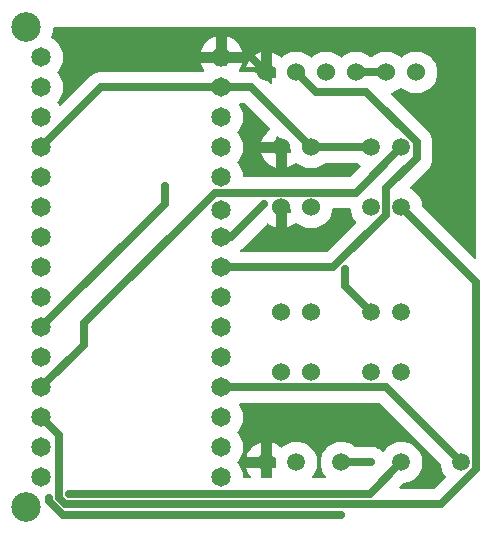
<source format=gbl>
G04 Layer: BottomLayer*
G04 EasyEDA v6.5.23, 2023-09-08 23:17:12*
G04 de93c458165947d6a0ce1764d10cece9,10*
G04 Gerber Generator version 0.2*
G04 Scale: 100 percent, Rotated: No, Reflected: No *
G04 Dimensions in millimeters *
G04 leading zeros omitted , absolute positions ,4 integer and 5 decimal *
%FSLAX45Y45*%
%MOMM*%

%ADD10C,0.6350*%
%ADD11C,1.6510*%
%ADD12C,1.5000*%
%ADD13C,1.5240*%
%ADD14C,2.5000*%
%ADD15C,0.6100*%
%ADD16C,0.0114*%

%LPD*%
G36*
X1970582Y-1394460D02*
G01*
X1966823Y-1393698D01*
X1963572Y-1391615D01*
X1961337Y-1388516D01*
X1960422Y-1384808D01*
X1960118Y-1378458D01*
X1957324Y-1360170D01*
X1952650Y-1342186D01*
X1946198Y-1324813D01*
X1938070Y-1308150D01*
X1928215Y-1292453D01*
X1916887Y-1277772D01*
X1914093Y-1273759D01*
X1913382Y-1270000D01*
X1914093Y-1266240D01*
X1916887Y-1262227D01*
X1928215Y-1247546D01*
X1938070Y-1231849D01*
X1946198Y-1215186D01*
X1952650Y-1197813D01*
X1957324Y-1179830D01*
X1960118Y-1161491D01*
X1961032Y-1143000D01*
X1960118Y-1124458D01*
X1957324Y-1106170D01*
X1952650Y-1088186D01*
X1946198Y-1070813D01*
X1938070Y-1054150D01*
X1928215Y-1038453D01*
X1916887Y-1023772D01*
X1914093Y-1019759D01*
X1913382Y-1016000D01*
X1914093Y-1012240D01*
X1916887Y-1008227D01*
X1928215Y-993546D01*
X1938070Y-977849D01*
X1946198Y-961186D01*
X1952650Y-943813D01*
X1957324Y-925830D01*
X1960118Y-907491D01*
X1961032Y-889000D01*
X1960118Y-870458D01*
X1957324Y-852169D01*
X1952650Y-834186D01*
X1946198Y-816813D01*
X1938070Y-800150D01*
X1928215Y-784453D01*
X1925726Y-779576D01*
X1925777Y-775055D01*
X1927758Y-771042D01*
X1931263Y-768248D01*
X1935683Y-767283D01*
X1973021Y-767283D01*
X1976882Y-768045D01*
X1980184Y-770229D01*
X2190038Y-980084D01*
X2192121Y-983081D01*
X2192985Y-986637D01*
X2192528Y-990295D01*
X2190851Y-993546D01*
X2187346Y-996391D01*
X2172817Y-1007313D01*
X2159457Y-1019657D01*
X2147468Y-1033322D01*
X2136902Y-1048156D01*
X2127961Y-1064006D01*
X2120646Y-1080668D01*
X2115007Y-1098550D01*
X2241550Y-1098550D01*
X2241550Y-1056132D01*
X2242312Y-1052220D01*
X2244547Y-1048918D01*
X2247798Y-1046734D01*
X2251710Y-1045971D01*
X2255621Y-1046734D01*
X2258872Y-1048918D01*
X2361184Y-1151178D01*
X2363165Y-1154023D01*
X2364079Y-1157325D01*
X2365400Y-1170178D01*
X2366467Y-1175207D01*
X2366365Y-1179677D01*
X2364384Y-1183690D01*
X2360879Y-1186484D01*
X2356510Y-1187450D01*
X2330450Y-1187450D01*
X2330450Y-1313840D01*
X2344064Y-1309878D01*
X2360879Y-1303020D01*
X2376982Y-1294485D01*
X2392070Y-1284325D01*
X2406650Y-1272082D01*
X2409799Y-1270304D01*
X2413406Y-1269746D01*
X2417013Y-1270457D01*
X2420061Y-1272438D01*
X2426817Y-1278686D01*
X2441346Y-1289608D01*
X2456942Y-1298956D01*
X2473452Y-1306677D01*
X2490622Y-1312672D01*
X2508300Y-1316837D01*
X2526385Y-1319174D01*
X2544572Y-1319631D01*
X2562707Y-1318209D01*
X2580589Y-1314958D01*
X2598064Y-1309878D01*
X2614879Y-1303020D01*
X2630982Y-1294485D01*
X2646070Y-1284325D01*
X2654096Y-1277620D01*
X2657144Y-1275842D01*
X2660599Y-1275283D01*
X2929280Y-1275283D01*
X2932734Y-1275842D01*
X2935782Y-1277620D01*
X2942640Y-1283360D01*
X2951530Y-1289304D01*
X2954578Y-1292555D01*
X2955950Y-1296771D01*
X2955391Y-1301191D01*
X2953054Y-1304950D01*
X2866491Y-1391462D01*
X2863189Y-1393647D01*
X2859328Y-1394460D01*
G37*

%LPC*%
G36*
X2241550Y-1313789D02*
G01*
X2241550Y-1187450D01*
X2115007Y-1187450D01*
X2120646Y-1205331D01*
X2127961Y-1221994D01*
X2136902Y-1237843D01*
X2147468Y-1252677D01*
X2159457Y-1266342D01*
X2172817Y-1278686D01*
X2187346Y-1289608D01*
X2202942Y-1298956D01*
X2219452Y-1306677D01*
X2236622Y-1312672D01*
G37*

%LPD*%
G36*
X1944674Y-2026767D02*
G01*
X1940610Y-2025904D01*
X1937257Y-2023516D01*
X1935124Y-2020011D01*
X1934565Y-2015896D01*
X1935683Y-2011934D01*
X1938274Y-2008682D01*
X1941068Y-2006396D01*
X1949856Y-1998370D01*
X2160168Y-1788058D01*
X2163114Y-1786026D01*
X2166620Y-1785112D01*
X2170176Y-1785518D01*
X2173427Y-1787143D01*
X2187346Y-1797608D01*
X2202942Y-1806956D01*
X2219452Y-1814677D01*
X2236622Y-1820672D01*
X2241550Y-1821789D01*
X2241550Y-1707845D01*
X2242007Y-1704797D01*
X2243378Y-1702054D01*
X2248662Y-1694484D01*
X2255977Y-1680972D01*
X2261717Y-1666493D01*
X2263749Y-1662582D01*
X2267204Y-1659889D01*
X2271522Y-1658975D01*
X2354275Y-1658975D01*
X2357882Y-1659636D01*
X2361082Y-1661566D01*
X2363317Y-1664512D01*
X2364384Y-1668068D01*
X2365400Y-1678178D01*
X2366467Y-1683207D01*
X2366365Y-1687677D01*
X2364384Y-1691690D01*
X2360879Y-1694484D01*
X2356510Y-1695450D01*
X2330450Y-1695450D01*
X2330450Y-1821840D01*
X2344064Y-1817878D01*
X2360879Y-1811020D01*
X2376982Y-1802485D01*
X2392070Y-1792325D01*
X2406650Y-1780082D01*
X2409799Y-1778304D01*
X2413406Y-1777746D01*
X2417013Y-1778457D01*
X2420061Y-1780438D01*
X2426817Y-1786686D01*
X2441346Y-1797608D01*
X2456942Y-1806956D01*
X2473452Y-1814677D01*
X2490622Y-1820672D01*
X2508300Y-1824837D01*
X2526385Y-1827174D01*
X2544572Y-1827631D01*
X2562707Y-1826209D01*
X2580589Y-1822957D01*
X2598064Y-1817878D01*
X2614879Y-1811020D01*
X2630982Y-1802485D01*
X2646070Y-1792325D01*
X2660040Y-1780692D01*
X2672740Y-1767636D01*
X2684018Y-1753362D01*
X2693771Y-1738020D01*
X2701899Y-1721764D01*
X2708300Y-1704746D01*
X2712974Y-1687118D01*
X2715768Y-1668576D01*
X2716682Y-1664868D01*
X2718917Y-1661718D01*
X2722168Y-1659686D01*
X2725928Y-1658975D01*
X2863291Y-1658975D01*
X2867050Y-1659686D01*
X2870250Y-1661718D01*
X2872486Y-1664868D01*
X2873451Y-1669034D01*
X2876194Y-1686915D01*
X2880817Y-1704390D01*
X2887167Y-1721256D01*
X2895295Y-1737461D01*
X2904947Y-1752701D01*
X2916174Y-1766874D01*
X2918866Y-1770735D01*
X2919628Y-1774596D01*
X2918815Y-1778457D01*
X2916631Y-1781708D01*
X2674569Y-2023770D01*
X2671267Y-2025954D01*
X2667406Y-2026767D01*
G37*

%LPD*%
G36*
X3926840Y-2084578D02*
G01*
X3922928Y-2083816D01*
X3919626Y-2081580D01*
X3479495Y-1641449D01*
X3477514Y-1638655D01*
X3476548Y-1635302D01*
X3475380Y-1623974D01*
X3471722Y-1606296D01*
X3466236Y-1589074D01*
X3458972Y-1572514D01*
X3450082Y-1556816D01*
X3439617Y-1542084D01*
X3427679Y-1528521D01*
X3414420Y-1516227D01*
X3399993Y-1505407D01*
X3384499Y-1496110D01*
X3376269Y-1492250D01*
X3373120Y-1489964D01*
X3371087Y-1486662D01*
X3370427Y-1482852D01*
X3371189Y-1479092D01*
X3373374Y-1475841D01*
X3523234Y-1326032D01*
X3531260Y-1317244D01*
X3533495Y-1314500D01*
X3540455Y-1304899D01*
X3542334Y-1301902D01*
X3548126Y-1291539D01*
X3549650Y-1288338D01*
X3554222Y-1277416D01*
X3558590Y-1262684D01*
X3559352Y-1259230D01*
X3561232Y-1247546D01*
X3561587Y-1243990D01*
X3562146Y-1232103D01*
X3562146Y-1096721D01*
X3561587Y-1084834D01*
X3561232Y-1081328D01*
X3559352Y-1069644D01*
X3558590Y-1066139D01*
X3554222Y-1051407D01*
X3549650Y-1040485D01*
X3548126Y-1037285D01*
X3542334Y-1026972D01*
X3540455Y-1023975D01*
X3533495Y-1014374D01*
X3531260Y-1011631D01*
X3523234Y-1002842D01*
X3215944Y-695553D01*
X3213658Y-692048D01*
X3212947Y-687933D01*
X3214014Y-683869D01*
X3216605Y-680567D01*
X3220262Y-678586D01*
X3233064Y-674878D01*
X3249879Y-668020D01*
X3265982Y-659485D01*
X3281070Y-649325D01*
X3295650Y-637082D01*
X3298799Y-635304D01*
X3302406Y-634746D01*
X3306013Y-635457D01*
X3309061Y-637438D01*
X3315817Y-643686D01*
X3330346Y-654608D01*
X3345942Y-663956D01*
X3362451Y-671677D01*
X3379622Y-677672D01*
X3397300Y-681837D01*
X3415385Y-684174D01*
X3433572Y-684631D01*
X3451707Y-683209D01*
X3469589Y-679958D01*
X3487064Y-674878D01*
X3503879Y-668020D01*
X3519982Y-659485D01*
X3535070Y-649325D01*
X3549040Y-637692D01*
X3561740Y-624636D01*
X3573018Y-610362D01*
X3582771Y-595020D01*
X3590899Y-578764D01*
X3597300Y-561746D01*
X3601974Y-544118D01*
X3604768Y-526186D01*
X3605682Y-508000D01*
X3604768Y-489813D01*
X3601974Y-471830D01*
X3597300Y-454253D01*
X3590899Y-437235D01*
X3582771Y-420979D01*
X3573018Y-405638D01*
X3561740Y-391363D01*
X3549040Y-378307D01*
X3535070Y-366674D01*
X3519982Y-356514D01*
X3503879Y-347980D01*
X3487064Y-341122D01*
X3469589Y-336042D01*
X3451707Y-332740D01*
X3433572Y-331368D01*
X3415385Y-331825D01*
X3397300Y-334162D01*
X3379622Y-338328D01*
X3362451Y-344322D01*
X3345942Y-352044D01*
X3330346Y-361391D01*
X3315817Y-372313D01*
X3309061Y-378561D01*
X3306013Y-380492D01*
X3302406Y-381254D01*
X3298799Y-380695D01*
X3295650Y-378866D01*
X3281070Y-366674D01*
X3265982Y-356514D01*
X3249879Y-347980D01*
X3233064Y-341122D01*
X3215589Y-336042D01*
X3197707Y-332740D01*
X3179572Y-331368D01*
X3161385Y-331825D01*
X3143300Y-334162D01*
X3125622Y-338328D01*
X3108452Y-344322D01*
X3091942Y-352044D01*
X3076346Y-361391D01*
X3061817Y-372313D01*
X3057855Y-375056D01*
X3054146Y-375767D01*
X3041599Y-375767D01*
X3038144Y-375158D01*
X3035096Y-373380D01*
X3027070Y-366674D01*
X3011982Y-356514D01*
X2995930Y-347980D01*
X2979064Y-341122D01*
X2961589Y-336042D01*
X2943707Y-332740D01*
X2925572Y-331368D01*
X2907385Y-331825D01*
X2889300Y-334162D01*
X2871622Y-338328D01*
X2854452Y-344322D01*
X2837942Y-352044D01*
X2822346Y-361391D01*
X2807817Y-372313D01*
X2801061Y-378561D01*
X2798013Y-380492D01*
X2794406Y-381254D01*
X2790799Y-380695D01*
X2787650Y-378866D01*
X2773070Y-366674D01*
X2757982Y-356514D01*
X2741930Y-347980D01*
X2725064Y-341122D01*
X2707589Y-336042D01*
X2689707Y-332740D01*
X2671572Y-331368D01*
X2653385Y-331825D01*
X2635300Y-334162D01*
X2617622Y-338328D01*
X2600452Y-344322D01*
X2583942Y-352044D01*
X2568346Y-361391D01*
X2553817Y-372313D01*
X2547061Y-378561D01*
X2544013Y-380492D01*
X2540406Y-381254D01*
X2536799Y-380695D01*
X2533650Y-378866D01*
X2519070Y-366674D01*
X2503982Y-356514D01*
X2487930Y-347980D01*
X2471064Y-341122D01*
X2453589Y-336042D01*
X2435707Y-332740D01*
X2417572Y-331368D01*
X2399385Y-331825D01*
X2381300Y-334162D01*
X2363622Y-338328D01*
X2346452Y-344322D01*
X2329942Y-352044D01*
X2314346Y-361391D01*
X2299817Y-372313D01*
X2293061Y-378561D01*
X2290013Y-380492D01*
X2286406Y-381254D01*
X2282799Y-380695D01*
X2279650Y-378866D01*
X2265070Y-366674D01*
X2249982Y-356514D01*
X2233930Y-347980D01*
X2217064Y-341122D01*
X2203450Y-337159D01*
X2203450Y-463550D01*
X2229510Y-463550D01*
X2233879Y-464515D01*
X2237384Y-467309D01*
X2239365Y-471322D01*
X2239467Y-475792D01*
X2238400Y-480822D01*
X2236520Y-498906D01*
X2236520Y-517093D01*
X2238400Y-535178D01*
X2239467Y-540207D01*
X2239365Y-544677D01*
X2237384Y-548690D01*
X2233879Y-551434D01*
X2229510Y-552450D01*
X2203450Y-552450D01*
X2203450Y-594868D01*
X2202688Y-598779D01*
X2200452Y-602081D01*
X2197201Y-604266D01*
X2193290Y-605028D01*
X2189429Y-604266D01*
X2186127Y-602081D01*
X2125675Y-541629D01*
X2116886Y-533603D01*
X2114143Y-531368D01*
X2104542Y-524408D01*
X2101545Y-522528D01*
X2091232Y-516737D01*
X2088032Y-515213D01*
X2077110Y-510692D01*
X2073757Y-509524D01*
X2062378Y-506272D01*
X2058873Y-505510D01*
X2047189Y-503631D01*
X2043684Y-503275D01*
X2031796Y-502767D01*
X1935632Y-502767D01*
X1931263Y-501751D01*
X1927758Y-498957D01*
X1925777Y-494944D01*
X1925726Y-490423D01*
X1928215Y-485546D01*
X1938070Y-469849D01*
X1946198Y-453186D01*
X1952650Y-435813D01*
X1954530Y-428599D01*
X1825650Y-428599D01*
X1825650Y-445719D01*
X1824634Y-450037D01*
X1821891Y-453593D01*
X1817878Y-455574D01*
X1813407Y-455625D01*
X1805736Y-454050D01*
X1787296Y-452170D01*
X1768754Y-452170D01*
X1750263Y-454050D01*
X1742592Y-455625D01*
X1738122Y-455574D01*
X1734108Y-453593D01*
X1731365Y-450037D01*
X1730400Y-445719D01*
X1730400Y-428599D01*
X1601520Y-428599D01*
X1603349Y-435813D01*
X1609801Y-453186D01*
X1617980Y-469849D01*
X1627784Y-485546D01*
X1630273Y-490423D01*
X1630222Y-494944D01*
X1628241Y-498957D01*
X1624736Y-501751D01*
X1620367Y-502767D01*
X762203Y-502767D01*
X750316Y-503275D01*
X746810Y-503631D01*
X735126Y-505510D01*
X731672Y-506272D01*
X720242Y-509524D01*
X716889Y-510692D01*
X705967Y-515213D01*
X702767Y-516737D01*
X692454Y-522528D01*
X689457Y-524408D01*
X679856Y-531368D01*
X677113Y-533603D01*
X668324Y-541629D01*
X421436Y-788517D01*
X418490Y-790600D01*
X414934Y-791464D01*
X411327Y-791057D01*
X408076Y-789381D01*
X405638Y-786688D01*
X404215Y-784453D01*
X392887Y-769772D01*
X390093Y-765759D01*
X389382Y-762000D01*
X390093Y-758240D01*
X392887Y-754227D01*
X404215Y-739546D01*
X414070Y-723849D01*
X422198Y-707186D01*
X428650Y-689813D01*
X433324Y-671830D01*
X436118Y-653491D01*
X437032Y-635000D01*
X436118Y-616458D01*
X433324Y-598170D01*
X428650Y-580186D01*
X422198Y-562813D01*
X414070Y-546150D01*
X404215Y-530453D01*
X392887Y-515772D01*
X390093Y-511759D01*
X389382Y-508000D01*
X390093Y-504240D01*
X392887Y-500227D01*
X404215Y-485546D01*
X414070Y-469849D01*
X422198Y-453186D01*
X428650Y-435813D01*
X433324Y-417830D01*
X436118Y-399491D01*
X437032Y-381000D01*
X436118Y-362458D01*
X433324Y-344170D01*
X428650Y-326186D01*
X422198Y-308813D01*
X414070Y-292150D01*
X404215Y-276453D01*
X392887Y-261772D01*
X380136Y-248310D01*
X366064Y-236270D01*
X350824Y-225653D01*
X341934Y-220725D01*
X339191Y-218490D01*
X337362Y-215493D01*
X336702Y-212090D01*
X337210Y-208584D01*
X343865Y-188722D01*
X348640Y-168452D01*
X351536Y-147828D01*
X352044Y-136702D01*
X352958Y-132943D01*
X355193Y-129794D01*
X358394Y-127711D01*
X362204Y-127000D01*
X3926840Y-127000D01*
X3930700Y-127762D01*
X3934002Y-129997D01*
X3936237Y-133248D01*
X3937000Y-137160D01*
X3937000Y-2074418D01*
X3936237Y-2078329D01*
X3934002Y-2081580D01*
X3930700Y-2083816D01*
G37*

%LPC*%
G36*
X1601520Y-333349D02*
G01*
X1730400Y-333349D01*
X1730400Y-204368D01*
X1714449Y-209346D01*
X1697380Y-216662D01*
X1681175Y-225653D01*
X1665935Y-236270D01*
X1651914Y-248310D01*
X1639112Y-261772D01*
X1627784Y-276453D01*
X1617980Y-292150D01*
X1609801Y-308813D01*
X1603349Y-326186D01*
G37*
G36*
X1825650Y-333349D02*
G01*
X1954530Y-333349D01*
X1952650Y-326186D01*
X1946198Y-308813D01*
X1938070Y-292150D01*
X1928215Y-276453D01*
X1916887Y-261772D01*
X1904136Y-248310D01*
X1890064Y-236270D01*
X1874824Y-225653D01*
X1858619Y-216662D01*
X1841550Y-209346D01*
X1825650Y-204368D01*
G37*
G36*
X1988007Y-463550D02*
G01*
X2114550Y-463550D01*
X2114550Y-337159D01*
X2109622Y-338328D01*
X2092452Y-344322D01*
X2075942Y-352044D01*
X2060346Y-361391D01*
X2045817Y-372313D01*
X2032457Y-384657D01*
X2020468Y-398322D01*
X2009902Y-413156D01*
X2000961Y-429006D01*
X1993646Y-445668D01*
G37*

%LPD*%
G36*
X3293160Y-4030421D02*
G01*
X3289249Y-4029659D01*
X3285947Y-4027424D01*
X3283762Y-4024172D01*
X3283000Y-4020261D01*
X3283762Y-4016349D01*
X3285947Y-4013098D01*
X3311398Y-3987647D01*
X3314141Y-3985717D01*
X3317290Y-3984751D01*
X3333445Y-3982618D01*
X3351022Y-3978503D01*
X3368090Y-3972560D01*
X3384499Y-3964889D01*
X3399942Y-3955592D01*
X3414420Y-3944772D01*
X3427679Y-3932478D01*
X3439617Y-3918915D01*
X3450082Y-3904183D01*
X3458972Y-3888435D01*
X3466185Y-3871874D01*
X3471722Y-3854704D01*
X3475380Y-3836974D01*
X3477260Y-3819042D01*
X3477260Y-3800957D01*
X3475380Y-3782974D01*
X3471722Y-3765296D01*
X3466185Y-3748074D01*
X3458972Y-3731514D01*
X3450082Y-3715816D01*
X3439617Y-3701084D01*
X3427679Y-3687521D01*
X3414420Y-3675227D01*
X3399942Y-3664407D01*
X3384499Y-3655110D01*
X3368090Y-3647440D01*
X3351022Y-3641496D01*
X3333445Y-3637330D01*
X3315563Y-3635044D01*
X3297478Y-3634536D01*
X3279444Y-3635959D01*
X3261664Y-3639210D01*
X3244342Y-3644239D01*
X3227578Y-3651046D01*
X3211677Y-3659530D01*
X3196640Y-3669639D01*
X3182772Y-3681222D01*
X3170174Y-3694125D01*
X3158947Y-3708298D01*
X3155696Y-3713479D01*
X3152546Y-3716629D01*
X3148380Y-3718102D01*
X3143961Y-3717696D01*
X3140151Y-3715410D01*
X3132988Y-3708704D01*
X3120694Y-3699510D01*
X3107334Y-3691839D01*
X3093212Y-3685743D01*
X3078480Y-3681323D01*
X3063341Y-3678631D01*
X3047695Y-3677767D01*
X2913126Y-3677767D01*
X2909874Y-3677208D01*
X2906979Y-3675684D01*
X2891942Y-3664407D01*
X2876499Y-3655110D01*
X2860090Y-3647440D01*
X2843072Y-3641496D01*
X2825445Y-3637330D01*
X2807563Y-3635044D01*
X2789478Y-3634536D01*
X2771444Y-3635959D01*
X2753715Y-3639210D01*
X2736342Y-3644239D01*
X2719628Y-3651046D01*
X2703677Y-3659530D01*
X2688640Y-3669639D01*
X2674772Y-3681222D01*
X2662174Y-3694125D01*
X2650947Y-3708298D01*
X2641295Y-3723538D01*
X2633167Y-3739692D01*
X2626817Y-3756609D01*
X2622194Y-3774084D01*
X2619451Y-3791965D01*
X2618486Y-3810000D01*
X2619451Y-3828034D01*
X2622194Y-3845915D01*
X2626817Y-3863340D01*
X2633167Y-3880256D01*
X2641295Y-3896410D01*
X2650947Y-3911701D01*
X2662326Y-3926027D01*
X2664307Y-3930142D01*
X2664256Y-3934612D01*
X2662326Y-3938676D01*
X2658770Y-3941521D01*
X2654350Y-3942537D01*
X2552344Y-3942537D01*
X2548534Y-3941775D01*
X2545283Y-3939692D01*
X2543048Y-3936542D01*
X2542184Y-3932783D01*
X2542743Y-3928973D01*
X2544673Y-3925620D01*
X2550617Y-3918915D01*
X2561082Y-3904183D01*
X2569972Y-3888435D01*
X2577236Y-3871925D01*
X2582722Y-3854704D01*
X2586431Y-3837025D01*
X2588260Y-3819042D01*
X2588260Y-3800957D01*
X2586431Y-3782974D01*
X2582722Y-3765296D01*
X2577236Y-3748074D01*
X2569972Y-3731514D01*
X2561082Y-3715816D01*
X2550617Y-3701084D01*
X2538679Y-3687521D01*
X2525420Y-3675227D01*
X2510993Y-3664407D01*
X2495499Y-3655110D01*
X2479141Y-3647440D01*
X2462072Y-3641496D01*
X2444445Y-3637330D01*
X2426563Y-3635044D01*
X2408478Y-3634536D01*
X2390495Y-3635959D01*
X2372715Y-3639210D01*
X2355342Y-3644239D01*
X2338628Y-3651046D01*
X2322677Y-3659530D01*
X2307691Y-3669639D01*
X2293823Y-3681222D01*
X2289962Y-3684066D01*
X2286152Y-3684930D01*
X2282291Y-3684270D01*
X2278989Y-3682237D01*
X2271420Y-3675227D01*
X2256993Y-3664407D01*
X2241499Y-3655110D01*
X2225141Y-3647440D01*
X2208072Y-3641496D01*
X2202840Y-3640277D01*
X2202840Y-3766159D01*
X2230577Y-3766159D01*
X2234844Y-3767074D01*
X2238298Y-3769715D01*
X2240381Y-3773525D01*
X2240635Y-3777843D01*
X2238451Y-3791965D01*
X2237536Y-3810000D01*
X2238451Y-3828034D01*
X2240635Y-3842105D01*
X2240381Y-3846474D01*
X2238298Y-3850284D01*
X2234844Y-3852926D01*
X2230577Y-3853840D01*
X2202840Y-3853840D01*
X2202840Y-3932377D01*
X2202078Y-3936237D01*
X2199894Y-3939540D01*
X2196592Y-3941724D01*
X2192680Y-3942537D01*
X2125319Y-3942537D01*
X2121408Y-3941724D01*
X2118156Y-3939540D01*
X2115921Y-3936237D01*
X2115159Y-3932377D01*
X2115159Y-3853840D01*
X1989328Y-3853840D01*
X1991817Y-3863390D01*
X1998218Y-3880256D01*
X2006295Y-3896410D01*
X2015998Y-3911701D01*
X2027326Y-3926027D01*
X2029307Y-3930142D01*
X2029256Y-3934612D01*
X2027326Y-3938676D01*
X2023770Y-3941521D01*
X2019401Y-3942537D01*
X1970989Y-3942537D01*
X1967230Y-3941775D01*
X1963978Y-3939692D01*
X1961743Y-3936593D01*
X1960829Y-3932885D01*
X1960118Y-3918458D01*
X1957324Y-3900170D01*
X1952650Y-3882186D01*
X1946198Y-3864813D01*
X1938070Y-3848150D01*
X1928215Y-3832453D01*
X1916887Y-3817772D01*
X1914093Y-3813759D01*
X1913382Y-3810000D01*
X1914093Y-3806240D01*
X1916887Y-3802227D01*
X1928215Y-3787546D01*
X1938070Y-3771849D01*
X1946198Y-3755186D01*
X1952650Y-3737813D01*
X1957324Y-3719829D01*
X1960118Y-3701491D01*
X1961032Y-3683000D01*
X1960118Y-3664458D01*
X1957324Y-3646170D01*
X1952650Y-3628186D01*
X1946198Y-3610813D01*
X1938070Y-3594150D01*
X1928215Y-3578453D01*
X1916887Y-3563772D01*
X1914093Y-3559759D01*
X1913382Y-3556000D01*
X1914093Y-3552240D01*
X1916887Y-3548227D01*
X1928215Y-3533546D01*
X1938070Y-3517849D01*
X1946198Y-3501186D01*
X1952650Y-3483813D01*
X1957324Y-3465829D01*
X1960118Y-3447491D01*
X1961032Y-3429000D01*
X1960118Y-3410458D01*
X1957324Y-3392170D01*
X1952650Y-3374186D01*
X1946198Y-3356813D01*
X1938070Y-3340150D01*
X1928215Y-3324453D01*
X1925726Y-3319576D01*
X1925777Y-3315055D01*
X1927758Y-3311042D01*
X1931263Y-3308248D01*
X1935683Y-3307283D01*
X3116021Y-3307283D01*
X3119882Y-3308045D01*
X3123184Y-3310229D01*
X3632352Y-3819398D01*
X3634486Y-3822446D01*
X3635349Y-3826052D01*
X3635451Y-3828034D01*
X3638194Y-3845915D01*
X3642817Y-3863340D01*
X3649167Y-3880256D01*
X3657244Y-3896410D01*
X3666947Y-3911701D01*
X3677564Y-3925062D01*
X3679291Y-3928313D01*
X3679748Y-3931970D01*
X3678834Y-3935526D01*
X3676751Y-3938524D01*
X3587851Y-4027424D01*
X3584549Y-4029659D01*
X3580688Y-4030421D01*
G37*

%LPC*%
G36*
X1989328Y-3766159D02*
G01*
X2115159Y-3766159D01*
X2115159Y-3640226D01*
X2101342Y-3644239D01*
X2084628Y-3651046D01*
X2068677Y-3659530D01*
X2053691Y-3669639D01*
X2039823Y-3681222D01*
X2027174Y-3694125D01*
X2015998Y-3708298D01*
X2006295Y-3723538D01*
X1998218Y-3739692D01*
X1991817Y-3756609D01*
G37*

%LPD*%
D10*
X254005Y-3175000D02*
G01*
X617072Y-2811932D01*
X617072Y-2632963D01*
X1723344Y-1526692D01*
X2918312Y-1526692D01*
X3302005Y-1143000D01*
X3302005Y-1651000D02*
G01*
X3935633Y-2284628D01*
X3935633Y-3866718D01*
X3639672Y-4162679D01*
X453369Y-4162679D01*
X399420Y-4108729D01*
X399420Y-3574414D01*
X254005Y-3429000D01*
X1778005Y-3175000D02*
G01*
X3175005Y-3175000D01*
X3810005Y-3810000D01*
X3302005Y-3810000D02*
G01*
X3037235Y-4074769D01*
X486059Y-4074769D01*
X254005Y-2667000D02*
G01*
X1297259Y-1623745D01*
X1297259Y-1467865D01*
X1297284Y-1467865D01*
X3048005Y-2540000D02*
G01*
X2822656Y-2314651D01*
X2822656Y-2174290D01*
X2794005Y-3810000D02*
G01*
X3048005Y-3810000D01*
X318114Y-4112132D02*
G01*
X318114Y-4138980D01*
X434065Y-4254931D01*
X2794005Y-4254931D01*
X3048005Y-1143000D02*
G01*
X2540005Y-1143000D01*
X1778005Y-635000D02*
G01*
X2032005Y-635000D01*
X2540005Y-1143000D01*
X254005Y-1143000D02*
G01*
X762005Y-635000D01*
X1778005Y-635000D01*
X3175005Y-508000D02*
G01*
X2921005Y-508000D01*
X1778005Y-1905000D02*
G01*
X1856186Y-1905000D01*
X2136119Y-1625066D01*
X1778005Y-2159000D02*
G01*
X2726390Y-2159000D01*
X3175030Y-1710359D01*
X3175030Y-1487170D01*
X3429868Y-1232331D01*
X3429868Y-1096518D01*
X3004647Y-671296D01*
X2576301Y-671296D01*
X2413005Y-508000D01*
X1778005Y-381000D02*
G01*
X2032005Y-381000D01*
X2159005Y-508000D01*
X2286005Y-1143000D02*
G01*
X2082144Y-1143000D01*
D11*
G01*
X254005Y-381000D03*
G01*
X254005Y-635000D03*
G01*
X254005Y-889000D03*
G01*
X254005Y-1143000D03*
G01*
X254005Y-1397000D03*
G01*
X254005Y-1651000D03*
G01*
X254005Y-1905000D03*
G01*
X254005Y-2159000D03*
G01*
X254005Y-2413000D03*
G01*
X254005Y-2667000D03*
G01*
X254005Y-2921000D03*
G01*
X254005Y-3175000D03*
G01*
X254005Y-3429000D03*
G01*
X254005Y-3683000D03*
G01*
X254005Y-3937000D03*
G01*
X1778005Y-3937000D03*
G01*
X1778005Y-3683000D03*
G01*
X1778005Y-3429000D03*
G01*
X1778005Y-3175000D03*
G01*
X1778005Y-2921000D03*
G01*
X1778005Y-2667000D03*
G01*
X1778005Y-2413000D03*
G01*
X1778005Y-2159000D03*
G01*
X1778005Y-1905000D03*
G01*
X1778005Y-1676400D03*
G01*
X1778005Y-1397000D03*
G01*
X1778005Y-1143000D03*
G01*
X1778005Y-889000D03*
G01*
X1778005Y-635000D03*
G01*
X1778005Y-381000D03*
D12*
G01*
X3048005Y-1651000D03*
G01*
X3302005Y-1651000D03*
G01*
X3048005Y-1143000D03*
G01*
X3302005Y-1143000D03*
D13*
G01*
X2159005Y-508000D03*
G01*
X2413005Y-508000D03*
G01*
X2667005Y-508000D03*
G01*
X2921005Y-508000D03*
G01*
X3175005Y-508000D03*
G01*
X3429005Y-508000D03*
G01*
X2540005Y-1143000D03*
G01*
X2286005Y-1651000D03*
G01*
X2540005Y-1651000D03*
G01*
X2286005Y-1143000D03*
G01*
X2286005Y-2540000D03*
G01*
X2540005Y-3048000D03*
G01*
X2286005Y-3048000D03*
G01*
X2540005Y-2540000D03*
D12*
G01*
X3048005Y-3048000D03*
G01*
X3302005Y-3048000D03*
G01*
X3048005Y-2540000D03*
G01*
X3302005Y-2540000D03*
G01*
X2159005Y-3810000D03*
G01*
X2413005Y-3810000D03*
G01*
X2794005Y-3810000D03*
G01*
X3302005Y-3810000D03*
G01*
X3810005Y-3810000D03*
D14*
G01*
X127000Y-4190992D03*
G01*
X127000Y-127000D03*
D15*
G01*
X2082144Y-1143000D03*
G01*
X2136119Y-1625066D03*
G01*
X2794005Y-4254931D03*
G01*
X318114Y-4112132D03*
G01*
X3048005Y-3810000D03*
G01*
X2822656Y-2174290D03*
G01*
X1297284Y-1467865D03*
G01*
X486059Y-4074769D03*
M02*

</source>
